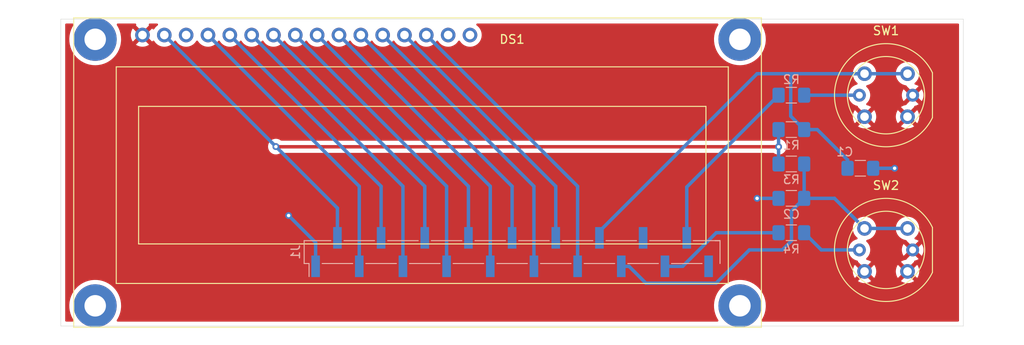
<source format=kicad_pcb>
(kicad_pcb (version 20211014) (generator pcbnew)
  (title_block (title "Controller front board with 2 button and OLED 16x2") (date "2022-06-26") (rev "0.3") (company "SQ8KFH"))
  (layers (0 "F.Cu" signal) (31 "B.Cu" signal) (34 "B.Paste" user) (35 "F.Paste" user) (36 "B.SilkS" user "B.Silkscreen") (37 "F.SilkS" user "F.Silkscreen") (38 "B.Mask" user) (39 "F.Mask" user) (44 "Edge.Cuts" user))
  (net 0 "")
  (net 1 "GND")
  (net 2 "/PD0")
  (net 3 "/PC7(D2A)")
  (net 4 "/PC6")
  (net 5 "/PC5")
  (net 6 "/PC4")
  (net 7 "/PB2(INT1)")
  (net 8 "/PD7")
  (net 9 "/PD6")
  (net 10 "/PD5")
  (net 11 "/PB7(SCK)")
  (net 12 "/PB1(MOSI)")
  (net 13 "/PB0(MISO)")
  (net 14 "+5V")
  (net 15 "/PB6")
  (net 16 "/PB4")
  (net 17 "Net-(R2-Pad1)")
  (net 18 "Net-(R4-Pad1)")
  (net 19 "/PB3")
  (footprint "kfhlib:REC001602A" (layer "F.Cu") (at 152.05 102.3)
    (fp_text reference "DS1" (at 10.45 -15.8) (layer "F.SilkS"))
    (fp_text value "RS0010")
    (fp_line (start 33 8) (end -33 8) (layer "F.SilkS") (width 0.12))
    (fp_line (start -33 -8) (end 33 -8) (layer "F.SilkS") (width 0.12))
    (fp_line (start -40.55 17.7) (end -40.55 -18.3) (layer "F.SilkS") (width 0.12))
    (fp_line (start 35.6 12.6) (end -35.6 12.6) (layer "F.SilkS") (width 0.12))
    (fp_line (start -40.55 -18.3) (end 39.45 -18.3) (layer "F.SilkS") (width 0.12))
    (fp_line (start 39.45 -18.3) (end 39.45 17.7) (layer "F.SilkS") (width 0.12))
    (fp_line (start -35.6 12.6) (end -35.6 -12.6) (layer "F.SilkS") (width 0.12))
    (fp_line (start -35.6 -12.6) (end 35.6 -12.6) (layer "F.SilkS") (width 0.12))
    (fp_line (start 33 -8) (end 33 8) (layer "F.SilkS") (width 0.12))
    (fp_line (start 35.6 -12.6) (end 35.6 12.6) (layer "F.SilkS") (width 0.12))
    (fp_line (start -33 8) (end -33 -8) (layer "F.SilkS") (width 0.12))
    (fp_line (start 39.45 17.7) (end -40.55 17.7) (layer "F.SilkS") (width 0.12))
    (pad "" thru_hole circle locked (at 36.95 15.2) (size 5 5) (drill 2.5) (layers *.Cu *.Mask))
    (pad "" thru_hole circle locked (at -38.05 15.2) (size 5 5) (drill 2.5) (layers *.Cu *.Mask))
    (pad "" thru_hole circle locked (at -38.05 -15.8) (size 5 5) (drill 2.5) (layers *.Cu *.Mask))
    (pad "" thru_hole circle locked (at 36.95 -15.8) (size 5 5) (drill 2.5) (layers *.Cu *.Mask))
    (pad "1" thru_hole circle locked (at -32.55 -16.3) (size 1.7 1.7) (drill 1) (layers *.Cu *.Mask) (net 1 "GND"))
    (pad "2" thru_hole circle locked (at -30.01 -16.3) (size 1.7 1.7) (drill 1) (layers *.Cu *.Mask) (net 14 "+5V"))
    (pad "3" thru_hole circle locked (at -27.47 -16.3) (size 1.7 1.7) (drill 1) (layers *.Cu *.Mask))
    (pad "4" thru_hole circle locked (at -24.93 -16.3) (size 1.7 1.7) (drill 1) (layers *.Cu *.Mask) (net 13 "/PB0(MISO)"))
    (pad "5" thru_hole circle locked (at -22.39 -16.3) (size 1.7 1.7) (drill 1) (layers *.Cu *.Mask) (net 12 "/PB1(MOSI)"))
    (pad "6" thru_hole circle locked (at -19.85 -16.3) (size 1.7 1.7) (drill 1) (layers *.Cu *.Mask) (net 11 "/PB7(SCK)"))
    (pad "7" thru_hole circle locked (at -17.31 -16.3) (size 1.7 1.7) (drill 1) (layers *.Cu *.Mask) (net 10 "/PD5"))
    (pad "8" thru_hole circle locked (at -14.77 -16.3) (size 1.7 1.7) (drill 1) (layers *.Cu *.Mask) (net 9 "/PD6"))
    (pad "9" thru_hole circle locked (at -12.23 -16.3) (size 1.7 1.7) (drill 1) (layers *.Cu *.Mask) (net 8 "/PD7"))
    (pad "10" thru_hole circle locked (at -9.69 -16.3) (size 1.7 1.7) (drill 1) (layers *.Cu *.Mask) (net 7 "/PB2(INT1)"))
    (pad "11" thru_hole circle locked (at -7.15 -16.3) (size 1.7 1.7) (drill 1) (layers *.Cu *.Mask) (net 6 "/PC4"))
    (pad "12" thru_hole circle locked (at -4.61 -16.3) (size 1.7 1.7) (drill 1) (layers *.Cu *.Mask) (net 5 "/PC5"))
    (pad "13" thru_hole circle locked (at -2.07 -16.3) (size 1.7 1.7) (drill 1) (layers *.Cu *.Mask) (net 4 "/PC6"))
    (pad "14" thru_hole circle locked (at 0.47 -16.3) (size 1.7 1.7) (drill 1) (layers *.Cu *.Mask) (net 3 "/PC7(D2A)"))
    (pad "15" thru_hole circle locked (at 3.01 -16.3) (size 1.7 1.7) (drill 1) (layers *.Cu *.Mask))
    (pad "16" thru_hole circle locked (at 5.55 -16.3) (size 1.7 1.7) (drill 1) (layers *.Cu *.Mask))
  )
  (footprint "kfhlib:SW_PUSH_HIGHLY_KS01-BL" (layer "F.Cu") (at 206 93 180)
    (fp_text reference "SW1" (at 0 7.5) (layer "F.SilkS"))
    (fp_text value "SW_Push_LED")
    (fp_line (start -5.399999 -2.61) (end -5.399999 2.609999) (layer "F.SilkS") (width 0.12))
    (fp_arc (start -5.399999 -2.61) (mid 5.997673 -0.000001) (end -5.399999 2.609999) (layer "F.SilkS") (width 0.12))
    (fp_circle (center 0 0) (end 0 4.5) (layer "F.SilkS") (width 0.12) (fill none))
    (pad "1" thru_hole circle (at -2.5 -2.5 180) (size 1.7 1.7) (drill 1) (layers *.Cu *.Mask) (net 1 "GND"))
    (pad "1" thru_hole circle (at 2.5 -2.5 180) (size 1.7 1.7) (drill 1) (layers *.Cu *.Mask) (net 1 "GND"))
    (pad "2" thru_hole circle (at 2.5 2.5 180) (size 1.7 1.7) (drill 1) (layers *.Cu *.Mask) (net 19 "/PB3"))
    (pad "2" thru_hole circle (at -2.5 2.5 180) (size 1.7 1.7) (drill 1) (layers *.Cu *.Mask) (net 19 "/PB3"))
    (pad "3" thru_hole circle (at -3.1 0 270) (size 1.5 1.5) (drill 0.8) (layers *.Cu *.Mask) (net 1 "GND"))
    (pad "4" thru_hole circle (at 3.1 0 180) (size 1.5 1.5) (drill 0.8) (layers *.Cu *.Mask) (net 17 "Net-(R2-Pad1)"))
  )
  (footprint "kfhlib:SW_PUSH_HIGHLY_KS01-BL" (layer "F.Cu") (at 206 111 180)
    (fp_text reference "SW2" (at 0 7.5) (layer "F.SilkS"))
    (fp_text value "SW_Push_LED")
    (fp_line (start -5.399999 -2.61) (end -5.399999 2.609999) (layer "F.SilkS") (width 0.12))
    (fp_arc (start -5.399999 -2.61) (mid 5.997673 -0.000001) (end -5.399999 2.609999) (layer "F.SilkS") (width 0.12))
    (fp_circle (center 0 0) (end 0 4.5) (layer "F.SilkS") (width 0.12) (fill none))
    (pad "1" thru_hole circle (at -2.5 -2.5 180) (size 1.7 1.7) (drill 1) (layers *.Cu *.Mask) (net 1 "GND"))
    (pad "1" thru_hole circle (at 2.5 -2.5 180) (size 1.7 1.7) (drill 1) (layers *.Cu *.Mask) (net 1 "GND"))
    (pad "2" thru_hole circle (at 2.5 2.5 180) (size 1.7 1.7) (drill 1) (layers *.Cu *.Mask) (net 16 "/PB4"))
    (pad "2" thru_hole circle (at -2.5 2.5 180) (size 1.7 1.7) (drill 1) (layers *.Cu *.Mask) (net 16 "/PB4"))
    (pad "3" thru_hole circle (at -3.1 0 270) (size 1.5 1.5) (drill 0.8) (layers *.Cu *.Mask) (net 1 "GND"))
    (pad "4" thru_hole circle (at 3.1 0 180) (size 1.5 1.5) (drill 0.8) (layers *.Cu *.Mask) (net 18 "Net-(R4-Pad1)"))
  )
  (footprint "Capacitor_SMD:C_1206_3216Metric_Pad1.42x1.75mm_HandSolder" (layer "B.Cu") (at 203.0125 101.5 180)
    (fp_text reference "C1" (at 1.8125 1.9) (layer "B.SilkS") (effects (justify mirror)))
    (fp_text value "100nF")
    (fp_line (start -0.602064 -0.91) (end 0.602064 -0.91) (layer "B.SilkS") (width 0.12))
    (fp_line (start -0.602064 0.91) (end 0.602064 0.91) (layer "B.SilkS") (width 0.12))
    (pad "1" smd roundrect locked (at -1.4875 0 180) (size 1.425 1.75) (layers "B.Cu" "B.Paste" "B.Mask") (roundrect_rratio 0.1754392982) (net 1 "GND"))
    (pad "2" smd roundrect locked (at 1.4875 0 180) (size 1.425 1.75) (layers "B.Cu" "B.Paste" "B.Mask") (roundrect_rratio 0.1754392982) (net 19 "/PB3"))
  )
  (footprint "Capacitor_SMD:C_1206_3216Metric_Pad1.42x1.75mm_HandSolder" (layer "B.Cu") (at 194.9875 105)
    (fp_text reference "C2" (at 0 1.85) (layer "B.SilkS") (effects (justify mirror)))
    (fp_text value "100nF")
    (fp_line (start -0.602064 -0.91) (end 0.602064 -0.91) (layer "B.SilkS") (width 0.12))
    (fp_line (start -0.602064 0.91) (end 0.602064 0.91) (layer "B.SilkS") (width 0.12))
    (pad "1" smd roundrect locked (at -1.4875 0) (size 1.425 1.75) (layers "B.Cu" "B.Paste" "B.Mask") (roundrect_rratio 0.1754392982) (net 1 "GND"))
    (pad "2" smd roundrect locked (at 1.4875 0) (size 1.425 1.75) (layers "B.Cu" "B.Paste" "B.Mask") (roundrect_rratio 0.1754392982) (net 16 "/PB4"))
  )
  (footprint "Resistor_SMD:R_1206_3216Metric_Pad1.42x1.75mm_HandSolder" (layer "B.Cu") (at 194.9875 93 180)
    (fp_text reference "R2" (at 0 1.82) (layer "B.SilkS") (effects (justify mirror)))
    (fp_text value "470R")
    (fp_line (start -0.602064 0.91) (end 0.602064 0.91) (layer "B.SilkS") (width 0.12))
    (fp_line (start -0.602064 -0.91) (end 0.602064 -0.91) (layer "B.SilkS") (width 0.12))
    (pad "1" smd roundrect locked (at -1.4875 0 180) (size 1.425 1.75) (layers "B.Cu" "B.Paste" "B.Mask") (roundrect_rratio 0.1754392982) (net 17 "Net-(R2-Pad1)"))
    (pad "2" smd roundrect locked (at 1.4875 0 180) (size 1.425 1.75) (layers "B.Cu" "B.Paste" "B.Mask") (roundrect_rratio 0.1754392982) (net 2 "/PD0"))
  )
  (footprint "Resistor_SMD:R_1206_3216Metric_Pad1.42x1.75mm_HandSolder" (layer "B.Cu") (at 194.9875 101)
    (fp_text reference "R3" (at 0 1.82) (layer "B.SilkS") (effects (justify mirror)))
    (fp_text value "10k")
    (fp_line (start -0.602064 -0.91) (end 0.602064 -0.91) (layer "B.SilkS") (width 0.12))
    (fp_line (start -0.602064 0.91) (end 0.602064 0.91) (layer "B.SilkS") (width 0.12))
    (pad "1" smd roundrect locked (at -1.4875 0) (size 1.425 1.75) (layers "B.Cu" "B.Paste" "B.Mask") (roundrect_rratio 0.1754392982) (net 14 "+5V"))
    (pad "2" smd roundrect locked (at 1.4875 0) (size 1.425 1.75) (layers "B.Cu" "B.Paste" "B.Mask") (roundrect_rratio 0.1754392982) (net 16 "/PB4"))
  )
  (footprint "Connector_PinHeader_2.54mm:PinHeader_1x19_P2.54mm_Vertical_SMD_Pin1Right" (layer "B.Cu") (at 162.5 111.25 -90)
    (fp_text reference "J1" (at 0 25.19 90) (layer "B.SilkS") (effects (justify mirror)))
    (fp_text value "Conn_01x19")
    (fp_line (start -1.33 19.56) (end -1.33 16) (layer "B.SilkS") (width 0.12))
    (fp_line (start -1.33 -24.19) (end 1.33 -24.19) (layer "B.SilkS") (width 0.12))
    (fp_line (start 1.33 17.02) (end 1.33 13.46) (layer "B.SilkS") (width 0.12))
    (fp_line (start 1.33 23.62) (end 2.85 23.62) (layer "B.SilkS") (width 0.12))
    (fp_line (start 1.33 -18.54) (end 1.33 -22.1) (layer "B.SilkS") (width 0.12))
    (fp_line (start -1.33 4.32) (end -1.33 0.76) (layer "B.SilkS") (width 0.12))
    (fp_line (start -1.33 24.19) (end -1.33 21.08) (layer "B.SilkS") (width 0.12))
    (fp_line (start 1.33 -13.46) (end 1.33 -17.02) (layer "B.SilkS") (width 0.12))
    (fp_line (start 1.33 6.86) (end 1.33 3.3) (layer "B.SilkS") (width 0.12))
    (fp_line (start -1.33 -0.76) (end -1.33 -4.32) (layer "B.SilkS") (width 0.12))
    (fp_line (start -1.33 -10.92) (end -1.33 -14.48) (layer "B.SilkS") (width 0.12))
    (fp_line (start 1.33 -3.3) (end 1.33 -6.86) (layer "B.SilkS") (width 0.12))
    (fp_line (start 1.33 24.19) (end 1.33 23.62) (layer "B.SilkS") (width 0.12))
    (fp_line (start 1.33 -8.38) (end 1.33 -11.94) (layer "B.SilkS") (width 0.12))
    (fp_line (start 1.33 22.1) (end 1.33 18.54) (layer "B.SilkS") (width 0.12))
    (fp_line (start 1.33 1.78) (end 1.33 -1.78) (layer "B.SilkS") (width 0.12))
    (fp_line (start -1.33 9.4) (end -1.33 5.84) (layer "B.SilkS") (width 0.12))
    (fp_line (start -1.33 24.19) (end 1.33 24.19) (layer "B.SilkS") (width 0.12))
    (fp_line (start -1.33 -16) (end -1.33 -19.56) (layer "B.SilkS") (width 0.12))
    (fp_line (start 1.33 11.94) (end 1.33 8.38) (layer "B.SilkS") (width 0.12))
    (fp_line (start -1.33 -5.84) (end -1.33 -9.4) (layer "B.SilkS") (width 0.12))
    (fp_line (start -1.33 14.48) (end -1.33 10.92) (layer "B.SilkS") (width 0.12))
    (fp_line (start -1.33 -21.08) (end -1.33 -24.19) (layer "B.SilkS") (width 0.12))
    (fp_line (start -1.33 -23.62) (end -1.33 -24.19) (layer "B.SilkS") (width 0.12))
    (pad "1" smd rect locked (at 1.655 22.86 270) (size 2.51 1) (layers "B.Cu" "B.Paste" "B.Mask") (net 1 "GND"))
    (pad "2" smd rect locked (at -1.655 20.32 270) (size 2.51 1) (layers "B.Cu" "B.Paste" "B.Mask") (net 14 "+5V"))
    (pad "3" smd rect locked (at 1.655 17.78 270) (size 2.51 1) (layers "B.Cu" "B.Paste" "B.Mask") (net 13 "/PB0(MISO)"))
    (pad "4" smd rect locked (at -1.655 15.24 270) (size 2.51 1) (layers "B.Cu" "B.Paste" "B.Mask") (net 12 "/PB1(MOSI)"))
    (pad "5" smd rect locked (at 1.655 12.7 270) (size 2.51 1) (layers "B.Cu" "B.Paste" "B.Mask") (net 11 "/PB7(SCK)"))
    (pad "6" smd rect locked (at -1.655 10.16 270) (size 2.51 1) (layers "B.Cu" "B.Paste" "B.Mask") (net 10 "/PD5"))
    (pad "7" smd rect locked (at 1.655 7.62 270) (size 2.51 1) (layers "B.Cu" "B.Paste" "B.Mask") (net 9 "/PD6"))
    (pad "8" smd rect locked (at -1.655 5.08 270) (size 2.51 1) (layers "B.Cu" "B.Paste" "B.Mask") (net 8 "/PD7"))
    (pad "9" smd rect locked (at 1.655 2.54 270) (size 2.51 1) (layers "B.Cu" "B.Paste" "B.Mask") (net 7 "/PB2(INT1)"))
    (pad "10" smd rect locked (at -1.655 0 270) (size 2.51 1) (layers "B.Cu" "B.Paste" "B.Mask") (net 6 "/PC4"))
    (pad "11" smd rect locked (at 1.655 -2.54 270) (size 2.51 1) (layers "B.Cu" "B.Paste" "B.Mask") (net 5 "/PC5"))
    (pad "12" smd rect locked (at -1.655 -5.08 270) (size 2.51 1) (layers "B.Cu" "B.Paste" "B.Mask") (net 4 "/PC6"))
    (pad "13" smd rect locked (at 1.655 -7.62 270) (size 2.51 1) (layers "B.Cu" "B.Paste" "B.Mask") (net 3 "/PC7(D2A)"))
    (pad "14" smd rect locked (at -1.655 -10.16 270) (size 2.51 1) (layers "B.Cu" "B.Paste" "B.Mask") (net 19 "/PB3"))
    (pad "15" smd rect locked (at 1.655 -12.7 270) (size 2.51 1) (layers "B.Cu" "B.Paste" "B.Mask") (net 16 "/PB4"))
    (pad "16" smd rect locked (at -1.655 -15.24 270) (size 2.51 1) (layers "B.Cu" "B.Paste" "B.Mask"))
    (pad "17" smd rect locked (at 1.655 -17.78 270) (size 2.51 1) (layers "B.Cu" "B.Paste" "B.Mask") (net 15 "/PB6"))
    (pad "18" smd rect locked (at -1.655 -20.32 270) (size 2.51 1) (layers "B.Cu" "B.Paste" "B.Mask") (net 2 "/PD0"))
    (pad "19" smd rect locked (at 1.655 -22.86 270) (size 2.51 1) (layers "B.Cu" "B.Paste" "B.Mask"))
  )
  (footprint "Resistor_SMD:R_1206_3216Metric_Pad1.42x1.75mm_HandSolder" (layer "B.Cu") (at 194.9875 109 180)
    (fp_text reference "R4" (at 0 -1.9) (layer "B.SilkS") (effects (justify mirror)))
    (fp_text value "470R")
    (fp_line (start -0.602064 0.91) (end 0.602064 0.91) (layer "B.SilkS") (width 0.12))
    (fp_line (start -0.602064 -0.91) (end 0.602064 -0.91) (layer "B.SilkS") (width 0.12))
    (pad "1" smd roundrect locked (at -1.4875 0 180) (size 1.425 1.75) (layers "B.Cu" "B.Paste" "B.Mask") (roundrect_rratio 0.1754392982) (net 18 "Net-(R4-Pad1)"))
    (pad "2" smd roundrect locked (at 1.4875 0 180) (size 1.425 1.75) (layers "B.Cu" "B.Paste" "B.Mask") (roundrect_rratio 0.1754392982) (net 15 "/PB6"))
  )
  (footprint "Resistor_SMD:R_1206_3216Metric_Pad1.42x1.75mm_HandSolder" (layer "B.Cu") (at 194.9875 97)
    (fp_text reference "R1" (at 0 1.82) (layer "B.SilkS") (effects (justify mirror)))
    (fp_text value "10k")
    (fp_line (start -0.602064 0.91) (end 0.602064 0.91) (layer "B.SilkS") (width 0.12))
    (fp_line (start -0.602064 -0.91) (end 0.602064 -0.91) (layer "B.SilkS") (width 0.12))
    (pad "1" smd roundrect locked (at -1.4875 0) (size 1.425 1.75) (layers "B.Cu" "B.Paste" "B.Mask") (roundrect_rratio 0.1754392982) (net 14 "+5V"))
    (pad "2" smd roundrect locked (at 1.4875 0) (size 1.425 1.75) (layers "B.Cu" "B.Paste" "B.Mask") (roundrect_rratio 0.1754392982) (net 19 "/PB3"))
  )
  (gr_line (start 110 84.15) (end 110 119.85) (layer "Edge.Cuts") (width 0.05))
  (gr_line (start 215 84.15) (end 110 84.15) (layer "Edge.Cuts") (width 0.05))
  (gr_line (start 215 119.85) (end 215 84.15) (layer "Edge.Cuts") (width 0.05))
  (gr_line (start 110 119.85) (end 215 119.85) (layer "Edge.Cuts") (width 0.05))
  (via (at 136.5 107) (size 0.8) (drill 0.4) (layers "F.Cu" "B.Cu") (net 1))
  (via (at 207 101.5) (size 0.8) (drill 0.4) (layers "F.Cu" "B.Cu") (net 1))
  (via (at 191 105) (size 0.8) (drill 0.4) (layers "F.Cu" "B.Cu") (net 1))
  (segment (start 139.64 110.14) (end 136.5 107) (width 0.4) (layer "B.Cu") (net 1))
  (segment (start 139.64 112.905) (end 139.64 110.14) (width 0.4) (layer "B.Cu") (net 1))
  (segment (start 204.5 101.5) (end 207 101.5) (width 0.4) (layer "B.Cu") (net 1))
  (segment (start 193.5 105) (end 191 105) (width 0.4) (layer "B.Cu") (net 1))
  (segment (start 182.82 103.68) (end 193.5 93) (width 0.4) (layer "B.Cu") (net 2))
  (segment (start 182.82 109.595) (end 182.82 108.84) (width 0.4) (layer "B.Cu") (net 2))
  (segment (start 182.82 109.595) (end 182.82 103.68) (width 0.4) (layer "B.Cu") (net 2))
  (segment (start 170.12 103.6) (end 152.52 86) (width 0.4) (layer "B.Cu") (net 3))
  (segment (start 170.12 112.905) (end 170.12 103.6) (width 0.4) (layer "B.Cu") (net 3))
  (segment (start 167.58 103.6) (end 149.98 86) (width 0.4) (layer "B.Cu") (net 4))
  (segment (start 167.58 109.595) (end 167.58 103.6) (width 0.4) (layer "B.Cu") (net 4))
  (segment (start 165.04 103.6) (end 147.44 86) (width 0.4) (layer "B.Cu") (net 5))
  (segment (start 165.04 112.905) (end 165.04 103.6) (width 0.4) (layer "B.Cu") (net 5))
  (segment (start 162.5 103.6) (end 144.9 86) (width 0.4) (layer "B.Cu") (net 6))
  (segment (start 162.5 109.595) (end 162.5 103.6) (width 0.4) (layer "B.Cu") (net 6))
  (segment (start 159.96 112.905) (end 159.96 103.6) (width 0.4) (layer "B.Cu") (net 7))
  (segment (start 159.96 103.6) (end 142.36 86) (width 0.4) (layer "B.Cu") (net 7))
  (segment (start 157.42 103.6) (end 139.82 86) (width 0.4) (layer "B.Cu") (net 8))
  (segment (start 157.42 109.595) (end 157.42 103.6) (width 0.4) (layer "B.Cu") (net 8))
  (segment (start 154.88 112.905) (end 154.88 103.6) (width 0.4) (layer "B.Cu") (net 9))
  (segment (start 154.88 103.6) (end 137.28 86) (width 0.4) (layer "B.Cu") (net 9))
  (segment (start 152.34 109.595) (end 152.34 103.6) (width 0.4) (layer "B.Cu") (net 10))
  (segment (start 152.34 103.6) (end 134.74 86) (width 0.4) (layer "B.Cu") (net 10))
  (segment (start 149.8 112.905) (end 149.8 103.6) (width 0.4) (layer "B.Cu") (net 11))
  (segment (start 149.8 103.6) (end 132.2 86) (width 0.4) (layer "B.Cu") (net 11))
  (segment (start 147.26 103.6) (end 129.66 86) (width 0.4) (layer "B.Cu") (net 12))
  (segment (start 147.26 109.595) (end 147.26 103.6) (width 0.4) (layer "B.Cu") (net 12))
  (segment (start 144.72 112.905) (end 144.72 103.6) (width 0.4) (layer "B.Cu") (net 13))
  (segment (start 144.72 103.6) (end 127.12 86) (width 0.4) (layer "B.Cu") (net 13))
  (segment (start 193.5 99) (end 135.04 99) (width 0.4) (layer "F.Cu") (net 14))
  (segment (start 135.04 99) (end 135.02 98.98) (width 0.4) (layer "F.Cu") (net 14))
  (via (at 193.5 99) (size 0.8) (drill 0.4) (layers "F.Cu" "B.Cu") (net 14))
  (via (at 135.02 98.98) (size 0.8) (drill 0.4) (layers "F.Cu" "B.Cu") (net 14))
  (segment (start 193.5 101) (end 193.5 99) (width 0.4) (layer "B.Cu") (net 14))
  (segment (start 142.18 109.595) (end 142.18 106.14) (width 0.4) (layer "B.Cu") (net 14))
  (segment (start 142.18 106.14) (end 135.02 98.98) (width 0.4) (layer "B.Cu") (net 14))
  (segment (start 135.02 98.98) (end 122.04 86) (width 0.4) (layer "B.Cu") (net 14))
  (segment (start 193.5 97) (end 193.5 99) (width 0.4) (layer "B.Cu") (net 14))
  (segment (start 186.249998 109) (end 193.5 109) (width 0.4) (layer "B.Cu") (net 15))
  (segment (start 182.344998 112.905) (end 186.249998 109) (width 0.4) (layer "B.Cu") (net 15))
  (segment (start 180.28 112.905) (end 182.344998 112.905) (width 0.4) (layer "B.Cu") (net 15))
  (segment (start 176.1 112.905) (end 178.055001 114.860001) (width 0.4) (layer "B.Cu") (net 16))
  (segment (start 200 105) (end 203.5 108.5) (width 0.4) (layer "B.Cu") (net 16))
  (segment (start 193.93102 111) (end 195 109.93102) (width 0.4) (layer "B.Cu") (net 16))
  (segment (start 196.475 101) (end 196.475 105) (width 0.4) (layer "B.Cu") (net 16))
  (segment (start 196.475 105) (end 200 105) (width 0.4) (layer "B.Cu") (net 16))
  (segment (start 195.703653 105.771347) (end 196.475 105) (width 0.4) (layer "B.Cu") (net 16))
  (segment (start 190.1 111) (end 193.93102 111) (width 0.4) (layer "B.Cu") (net 16))
  (segment (start 175.2 112.905) (end 176.1 112.905) (width 0.4) (layer "B.Cu") (net 16))
  (segment (start 178.055001 114.860001) (end 186.239999 114.860001) (width 0.4) (layer "B.Cu") (net 16))
  (segment (start 195 106.475) (end 195.703653 105.771347) (width 0.4) (layer "B.Cu") (net 16))
  (segment (start 195 109.93102) (end 195 106.475) (width 0.4) (layer "B.Cu") (net 16))
  (segment (start 208.5 108.5) (end 203.5 108.5) (width 0.4) (layer "B.Cu") (net 16))
  (segment (start 186.239999 114.860001) (end 190.1 111) (width 0.4) (layer "B.Cu") (net 16))
  (segment (start 202.9 93) (end 196.475 93) (width 0.4) (layer "B.Cu") (net 17))
  (segment (start 202.9 111) (end 198.475 111) (width 0.4) (layer "B.Cu") (net 18))
  (segment (start 198.475 111) (end 196.475 109) (width 0.4) (layer "B.Cu") (net 18))
  (segment (start 197.2875 97) (end 196.475 97) (width 0.4) (layer "B.Cu") (net 19))
  (segment (start 202.42237 90.5) (end 203.5 90.5) (width 0.4) (layer "B.Cu") (net 19))
  (segment (start 208.5 90.5) (end 203.5 90.5) (width 0.4) (layer "B.Cu") (net 19))
  (segment (start 172.66 109.595) (end 172.66 108.84) (width 0.4) (layer "B.Cu") (net 19))
  (segment (start 194.91251 90.53749) (end 194.95 90.5) (width 0.4) (layer "B.Cu") (net 19))
  (segment (start 196.475 97) (end 194.91251 95.43751) (width 0.4) (layer "B.Cu") (net 19))
  (segment (start 201.525 100.525) (end 198 97) (width 0.4) (layer "B.Cu") (net 19))
  (segment (start 191 90.5) (end 194.95 90.5) (width 0.4) (layer "B.Cu") (net 19))
  (segment (start 194.91251 95.43751) (end 194.91251 90.53749) (width 0.4) (layer "B.Cu") (net 19))
  (segment (start 194.95 90.5) (end 202.42237 90.5) (width 0.4) (layer "B.Cu") (net 19))
  (segment (start 172.66 108.84) (end 191 90.5) (width 0.4) (layer "B.Cu") (net 19))
  (segment (start 198 97) (end 197.2875 97) (width 0.4) (layer "B.Cu") (net 19))
  (segment (start 201.525 101.5) (end 201.525 100.525) (width 0.4) (layer "B.Cu") (net 19))
  (zone (net 1) (net_name "GND") (layer "F.Cu") (connect_pads (clearance 0.508)) (min_thickness 0.254) (fill yes (thermal_gap 0.508) (thermal_bridge_width 0.508))
    (polygon (pts (xy 110 84.15) (xy 215 84.15) (xy 215 119.85) (xy 110 119.85)))
  )
)
</source>
